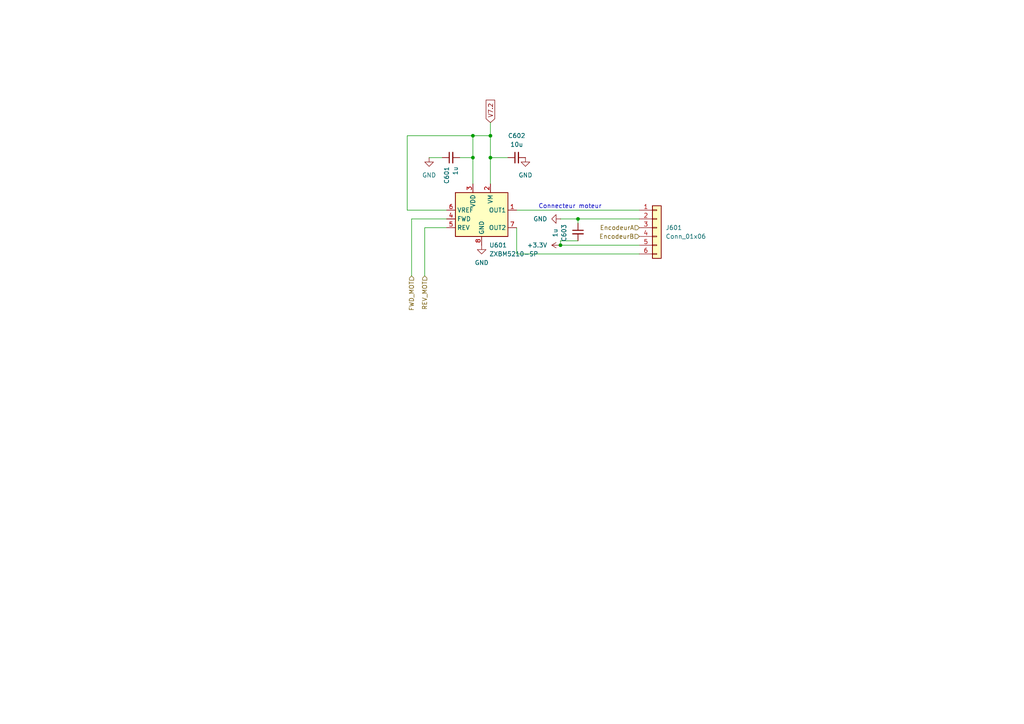
<source format=kicad_sch>
(kicad_sch (version 20231120) (generator "eeschema") (generator_version "8.0")
  (paper "A4")
  (lib_symbols
    (symbol "Connector_Generic:Conn_01x06" (pin_names (offset 1.016) hide)
      (property "Reference" "J" (at 0 7.62 0))
      (property "Value" "Conn_01x06" (at 0 -10.16 0))
      (symbol "Conn_01x06_1_1"
        (rectangle (start -1.27 -7.493) (end 0 -7.747) (stroke (width 0.1524)))
        (rectangle (start -1.27 -4.953) (end 0 -5.207) (stroke (width 0.1524)))
        (rectangle (start -1.27 -2.413) (end 0 -2.667) (stroke (width 0.1524)))
        (rectangle (start -1.27 0.127) (end 0 -0.127) (stroke (width 0.1524)))
        (rectangle (start -1.27 2.667) (end 0 2.413) (stroke (width 0.1524)))
        (rectangle (start -1.27 5.207) (end 0 4.953) (stroke (width 0.1524)))
        (rectangle (start -1.27 6.35) (end 1.27 -8.89) (stroke (width 0.254)) (fill (type background)))
        (pin passive line (at -5.08 5.08 0) (length 3.81) (name "Pin_1") (number "1"))
        (pin passive line (at -5.08 2.54 0) (length 3.81) (name "Pin_2") (number "2"))
        (pin passive line (at -5.08 0 0) (length 3.81) (name "Pin_3") (number "3"))
        (pin passive line (at -5.08 -2.54 0) (length 3.81) (name "Pin_4") (number "4"))
        (pin passive line (at -5.08 -5.08 0) (length 3.81) (name "Pin_5") (number "5"))
        (pin passive line (at -5.08 -7.62 0) (length 3.81) (name "Pin_6") (number "6"))
      )
    )
    (symbol "Device:C_Small" (pin_numbers hide) (pin_names (offset 0.254) hide)
      (property "Reference" "C" (at 0.254 1.778 0))
      (property "Value" "C_Small" (at 0.254 -2.032 0))
      (symbol "C_Small_0_1"
        (polyline (pts (xy -1.524 -0.508) (xy 1.524 -0.508)) (stroke (width 0.3302)))
        (polyline (pts (xy -1.524 0.508) (xy 1.524 0.508)) (stroke (width 0.3048)))
      )
      (symbol "C_Small_1_1"
        (pin passive line (at 0 2.54 270) (length 2.032) (name "~") (number "1"))
        (pin passive line (at 0 -2.54 90) (length 2.032) (name "~") (number "2"))
      )
    )
    (symbol "Driver_Motor:ZXBM5210-SP"
      (property "Reference" "U" (at -7.62 8.89 0))
      (property "Value" "ZXBM5210-SP" (at 10.16 8.89 0))
      (symbol "ZXBM5210-SP_0_0"
        (pin output line (at 10.16 2.54 180) (length 2.54) (name "OUT1") (number "1"))
        (pin power_in line (at 2.54 10.16 270) (length 2.54) (name "VM") (number "2"))
        (pin power_in line (at -2.54 10.16 270) (length 2.54) (name "VDD") (number "3"))
        (pin input line (at -10.16 0 0) (length 2.54) (name "FWD") (number "4"))
        (pin input line (at -10.16 -2.54 0) (length 2.54) (name "REV") (number "5"))
        (pin input line (at -10.16 2.54 0) (length 2.54) (name "VREF") (number "6"))
        (pin output line (at 10.16 -2.54 180) (length 2.54) (name "OUT2") (number "7"))
        (pin power_in line (at 0 -7.62 90) (length 2.54) (name "GND") (number "8"))
        (pin passive line (at 0 -7.62 90) (length 2.54) hide (name "GND") (number "9"))
      )
      (symbol "ZXBM5210-SP_0_1"
        (rectangle (start -7.62 7.62) (end 7.62 -5.08) (stroke (width 0.254)) (fill (type background)))
      )
    )
    (symbol "power:+3.3V" (power) (pin_numbers hide) (pin_names (offset 0) hide)
      (property "Value" "+3.3V" (at 0 3.556 0))
      (symbol "+3.3V_0_1"
        (polyline (pts (xy -0.762 1.27) (xy 0 2.54)))
        (polyline (pts (xy 0 0) (xy 0 2.54)))
        (polyline (pts (xy 0 2.54) (xy 0.762 1.27)))
      )
      (symbol "+3.3V_1_1"
        (pin power_in line (at 0 0 90) (length 0) (name "~") (number "1"))
      )
    )
    (symbol "power:GND" (power) (pin_numbers hide) (pin_names (offset 0) hide)
      (property "Value" "GND" (at 0 -3.81 0))
      (symbol "GND_0_1"
        (polyline (pts (xy 0 0) (xy 0 -1.27) (xy 1.27 -1.27) (xy 0 -2.54) (xy -1.27 -1.27) (xy 0 -1.27)))
      )
      (symbol "GND_1_1"
        (pin power_in line (at 0 0 270) (length 0) (name "~") (number "1"))
      )
    )
  )
  (junction (at 162.56 71.12))
  (junction (at 142.24 39.37))
  (junction (at 167.64 63.5))
  (junction (at 137.16 39.37))
  (junction (at 137.16 45.72))
  (junction (at 142.24 45.72))
  (wire (pts (xy 142.24 45.72) (xy 147.32 45.72)))
  (wire (pts (xy 162.56 71.12) (xy 185.42 71.12)))
  (wire (pts (xy 142.24 39.37) (xy 142.24 45.72)))
  (wire (pts (xy 149.86 60.96) (xy 185.42 60.96)))
  (wire (pts (xy 137.16 45.72) (xy 133.35 45.72)))
  (wire (pts (xy 162.56 69.85) (xy 162.56 71.12)))
  (wire (pts (xy 137.16 39.37) (xy 142.24 39.37)))
  (wire (pts (xy 142.24 53.34) (xy 142.24 45.72)))
  (wire (pts (xy 162.56 63.5) (xy 167.64 63.5)))
  (wire (pts (xy 123.19 66.04) (xy 129.54 66.04)))
  (wire (pts (xy 119.38 63.5) (xy 129.54 63.5)))
  (wire (pts (xy 149.86 73.66) (xy 149.86 66.04)))
  (wire (pts (xy 118.11 60.96) (xy 129.54 60.96)))
  (wire (pts (xy 137.16 39.37) (xy 137.16 45.72)))
  (wire (pts (xy 118.11 39.37) (xy 137.16 39.37)))
  (wire (pts (xy 142.24 35.56) (xy 142.24 39.37)))
  (wire (pts (xy 123.19 80.01) (xy 123.19 66.04)))
  (wire (pts (xy 124.46 45.72) (xy 128.27 45.72)))
  (wire (pts (xy 118.11 39.37) (xy 118.11 60.96)))
  (wire (pts (xy 119.38 80.01) (xy 119.38 63.5)))
  (wire (pts (xy 167.64 63.5) (xy 167.64 64.77)))
  (wire (pts (xy 137.16 53.34) (xy 137.16 45.72)))
  (wire (pts (xy 149.86 73.66) (xy 185.42 73.66)))
  (wire (pts (xy 167.64 63.5) (xy 185.42 63.5)))
  (wire (pts (xy 167.64 69.85) (xy 162.56 69.85)))
  (text "Connecteur moteur" (at 165.354 59.944 0) (effects (font (size 1.27 1.27))))
  (global_label "V7.2" (shape input) (at 142.24 35.56 90) (property "Intersheetrefs" "${INTERSHEET_REFS}" (effects (hide yes))))
  (hierarchical_label "EncodeurA" (shape input) (at 185.42 66.04 180))
  (hierarchical_label "EncodeurB" (shape input) (at 185.42 68.58 180))
  (hierarchical_label "FWD_MOT" (shape input) (at 119.38 80.01 270))
  (hierarchical_label "REV_MOT" (shape input) (at 123.19 80.01 270))
  (symbol (lib_id "power:+3.3V") (at 162.56 71.12 90) (unit 1)
    (property "Reference" "#PWR0605" (effects (hide yes)))
    (property "Value" "+3.3V" (at 158.75 71.1199 90) (effects (justify left)))
    (property "Description" "Power symbol creates a global label with name \"+3.3V\"" (effects (hide yes)))
    (instances (project "Projet_torero" (path "" (reference "#PWR0605") (unit 1)) (path "" (reference "#PWR0705") (unit 1))))
  )
  (symbol (lib_id "Device:C_Small") (at 167.64 67.31 0) (unit 1)
    (property "Reference" "C603" (at 163.576 67.564 90))
    (property "Value" "1u" (at 161.036 67.564 90))
    (property "Description" "Unpolarized capacitor, small symbol" (effects (hide yes)))
    (instances (project "Projet_torero" (path "" (reference "C603") (unit 1)) (path "" (reference "C703") (unit 1))))
  )
  (symbol (lib_id "power:GND") (at 124.46 45.72 0) (unit 1)
    (property "Reference" "#PWR0601" (effects (hide yes)))
    (property "Value" "GND" (at 124.46 50.8 0))
    (property "Description" "Power symbol creates a global label with name \"GND\" , ground" (effects (hide yes)))
    (instances (project "Projet_torero" (path "" (reference "#PWR0601") (unit 1)) (path "" (reference "#PWR0701") (unit 1))))
  )
  (symbol (lib_id "Connector_Generic:Conn_01x06") (at 190.5 66.04 0) (unit 1)
    (property "Reference" "J601" (at 193.04 66.0399 0) (effects (justify left)))
    (property "Value" "Conn_01x06" (at 193.04 68.5799 0) (effects (justify left)))
    (property "Description" "Generic connector, single row, 01x06, script generated (kicad-library-utils/schlib/autogen/connector/)" (effects (hide yes)))
    (instances (project "" (path "" (reference "J601") (unit 1)) (path "" (reference "J701") (unit 1))))
  )
  (symbol (lib_id "power:GND") (at 139.7 71.12 0) (unit 1)
    (property "Reference" "#PWR0602" (effects (hide yes)))
    (property "Value" "GND" (at 139.7 76.2 0))
    (property "Description" "Power symbol creates a global label with name \"GND\" , ground" (effects (hide yes)))
    (instances (project "Projet_torero" (path "" (reference "#PWR0602") (unit 1)) (path "" (reference "#PWR0702") (unit 1))))
  )
  (symbol (lib_id "Device:C_Small") (at 130.81 45.72 90) (mirror x) (unit 1)
    (property "Reference" "C601" (at 129.5462 48.26 0) (effects (justify left)))
    (property "Value" "1u" (at 132.0862 48.26 0) (effects (justify left)))
    (property "Description" "Unpolarized capacitor, small symbol" (effects (hide yes)))
    (instances (project "Projet_torero" (path "" (reference "C601") (unit 1)) (path "" (reference "C701") (unit 1))))
  )
  (symbol (lib_id "power:GND") (at 152.4 45.72 0) (unit 1)
    (property "Reference" "#PWR0603" (effects (hide yes)))
    (property "Value" "GND" (at 152.4 50.8 0))
    (property "Description" "Power symbol creates a global label with name \"GND\" , ground" (effects (hide yes)))
    (instances (project "Projet_torero" (path "" (reference "#PWR0603") (unit 1)) (path "" (reference "#PWR0703") (unit 1))))
  )
  (symbol (lib_id "Device:C_Small") (at 149.86 45.72 90) (unit 1)
    (property "Reference" "C602" (at 149.8663 39.37 90))
    (property "Value" "10u" (at 149.8663 41.91 90))
    (property "Description" "Unpolarized capacitor, small symbol" (effects (hide yes)))
    (instances (project "Projet_torero" (path "" (reference "C602") (unit 1)) (path "" (reference "C702") (unit 1))))
  )
  (symbol (lib_id "Driver_Motor:ZXBM5210-SP") (at 139.7 63.5 0) (unit 1)
    (property "Reference" "U601" (at 141.8941 71.12 0) (effects (justify left)))
    (property "Value" "ZXBM5210-SP" (at 141.8941 73.66 0) (effects (justify left)))
    (property "Footprint" "Package_SO:Diodes_SO-8EP" (effects (hide yes)))
    (property "Datasheet" "https://www.diodes.com/assets/Datasheets/ZXBM5210.pdf" (effects (hide yes)))
    (property "Description" "Reversible DC motor drive with speed control, 3-18V, 0.85A, SOIC-8EP" (effects (hide yes)))
    (instances (project "Projet_torero" (path "" (reference "U601") (unit 1)) (path "" (reference "U701") (unit 1))))
  )
  (symbol (lib_id "power:GND") (at 162.56 63.5 270) (unit 1)
    (property "Reference" "#PWR0604" (effects (hide yes)))
    (property "Value" "GND" (at 158.75 63.4999 90) (effects (justify right)))
    (property "Description" "Power symbol creates a global label with name \"GND\" , ground" (effects (hide yes)))
    (instances (project "Projet_torero" (path "" (reference "#PWR0604") (unit 1)) (path "" (reference "#PWR0704") (unit 1))))
  )
)
</source>
